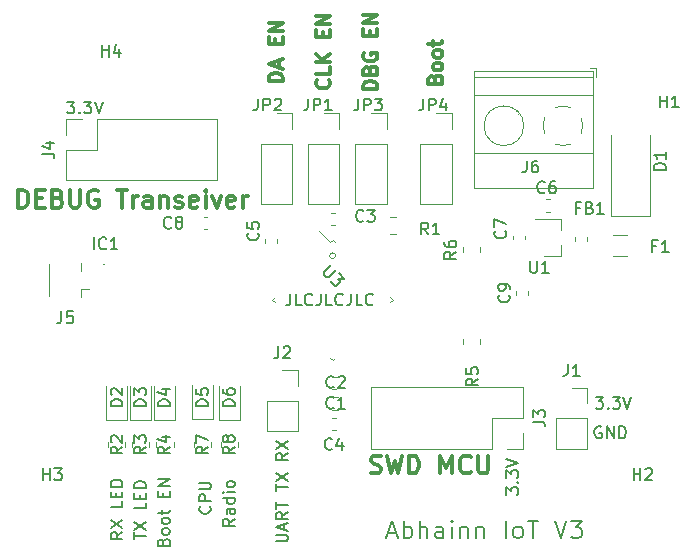
<source format=gbr>
%TF.GenerationSoftware,KiCad,Pcbnew,(5.1.10)-1*%
%TF.CreationDate,2021-08-23T16:31:20+01:00*%
%TF.ProjectId,Abhoinn_IoT_V3,4162686f-696e-46e5-9f49-6f545f56332e,rev?*%
%TF.SameCoordinates,Original*%
%TF.FileFunction,Legend,Top*%
%TF.FilePolarity,Positive*%
%FSLAX46Y46*%
G04 Gerber Fmt 4.6, Leading zero omitted, Abs format (unit mm)*
G04 Created by KiCad (PCBNEW (5.1.10)-1) date 2021-08-23 16:31:20*
%MOMM*%
%LPD*%
G01*
G04 APERTURE LIST*
%ADD10C,0.150000*%
%ADD11C,0.120000*%
%ADD12C,0.200000*%
%ADD13C,0.300000*%
%ADD14C,0.100000*%
G04 APERTURE END LIST*
D10*
X121273809Y-64202380D02*
X121892857Y-64202380D01*
X121559523Y-64583333D01*
X121702380Y-64583333D01*
X121797619Y-64630952D01*
X121845238Y-64678571D01*
X121892857Y-64773809D01*
X121892857Y-65011904D01*
X121845238Y-65107142D01*
X121797619Y-65154761D01*
X121702380Y-65202380D01*
X121416666Y-65202380D01*
X121321428Y-65154761D01*
X121273809Y-65107142D01*
X122321428Y-65107142D02*
X122369047Y-65154761D01*
X122321428Y-65202380D01*
X122273809Y-65154761D01*
X122321428Y-65107142D01*
X122321428Y-65202380D01*
X122702380Y-64202380D02*
X123321428Y-64202380D01*
X122988095Y-64583333D01*
X123130952Y-64583333D01*
X123226190Y-64630952D01*
X123273809Y-64678571D01*
X123321428Y-64773809D01*
X123321428Y-65011904D01*
X123273809Y-65107142D01*
X123226190Y-65154761D01*
X123130952Y-65202380D01*
X122845238Y-65202380D01*
X122750000Y-65154761D01*
X122702380Y-65107142D01*
X123607142Y-64202380D02*
X123940476Y-65202380D01*
X124273809Y-64202380D01*
X138952380Y-101440476D02*
X139761904Y-101440476D01*
X139857142Y-101392857D01*
X139904761Y-101345238D01*
X139952380Y-101250000D01*
X139952380Y-101059523D01*
X139904761Y-100964285D01*
X139857142Y-100916666D01*
X139761904Y-100869047D01*
X138952380Y-100869047D01*
X139666666Y-100440476D02*
X139666666Y-99964285D01*
X139952380Y-100535714D02*
X138952380Y-100202380D01*
X139952380Y-99869047D01*
X139952380Y-98964285D02*
X139476190Y-99297619D01*
X139952380Y-99535714D02*
X138952380Y-99535714D01*
X138952380Y-99154761D01*
X139000000Y-99059523D01*
X139047619Y-99011904D01*
X139142857Y-98964285D01*
X139285714Y-98964285D01*
X139380952Y-99011904D01*
X139428571Y-99059523D01*
X139476190Y-99154761D01*
X139476190Y-99535714D01*
X138952380Y-98678571D02*
X138952380Y-98107142D01*
X139952380Y-98392857D02*
X138952380Y-98392857D01*
X138952380Y-97154761D02*
X138952380Y-96583333D01*
X139952380Y-96869047D02*
X138952380Y-96869047D01*
X138952380Y-96345238D02*
X139952380Y-95678571D01*
X138952380Y-95678571D02*
X139952380Y-96345238D01*
X139952380Y-93964285D02*
X139476190Y-94297619D01*
X139952380Y-94535714D02*
X138952380Y-94535714D01*
X138952380Y-94154761D01*
X139000000Y-94059523D01*
X139047619Y-94011904D01*
X139142857Y-93964285D01*
X139285714Y-93964285D01*
X139380952Y-94011904D01*
X139428571Y-94059523D01*
X139476190Y-94154761D01*
X139476190Y-94535714D01*
X138952380Y-93630952D02*
X139952380Y-92964285D01*
X138952380Y-92964285D02*
X139952380Y-93630952D01*
X140166666Y-80452380D02*
X140166666Y-81166666D01*
X140119047Y-81309523D01*
X140023809Y-81404761D01*
X139880952Y-81452380D01*
X139785714Y-81452380D01*
X141119047Y-81452380D02*
X140642857Y-81452380D01*
X140642857Y-80452380D01*
X142023809Y-81357142D02*
X141976190Y-81404761D01*
X141833333Y-81452380D01*
X141738095Y-81452380D01*
X141595238Y-81404761D01*
X141500000Y-81309523D01*
X141452380Y-81214285D01*
X141404761Y-81023809D01*
X141404761Y-80880952D01*
X141452380Y-80690476D01*
X141500000Y-80595238D01*
X141595238Y-80500000D01*
X141738095Y-80452380D01*
X141833333Y-80452380D01*
X141976190Y-80500000D01*
X142023809Y-80547619D01*
X142738095Y-80452380D02*
X142738095Y-81166666D01*
X142690476Y-81309523D01*
X142595238Y-81404761D01*
X142452380Y-81452380D01*
X142357142Y-81452380D01*
X143690476Y-81452380D02*
X143214285Y-81452380D01*
X143214285Y-80452380D01*
X144595238Y-81357142D02*
X144547619Y-81404761D01*
X144404761Y-81452380D01*
X144309523Y-81452380D01*
X144166666Y-81404761D01*
X144071428Y-81309523D01*
X144023809Y-81214285D01*
X143976190Y-81023809D01*
X143976190Y-80880952D01*
X144023809Y-80690476D01*
X144071428Y-80595238D01*
X144166666Y-80500000D01*
X144309523Y-80452380D01*
X144404761Y-80452380D01*
X144547619Y-80500000D01*
X144595238Y-80547619D01*
X145309523Y-80452380D02*
X145309523Y-81166666D01*
X145261904Y-81309523D01*
X145166666Y-81404761D01*
X145023809Y-81452380D01*
X144928571Y-81452380D01*
X146261904Y-81452380D02*
X145785714Y-81452380D01*
X145785714Y-80452380D01*
X147166666Y-81357142D02*
X147119047Y-81404761D01*
X146976190Y-81452380D01*
X146880952Y-81452380D01*
X146738095Y-81404761D01*
X146642857Y-81309523D01*
X146595238Y-81214285D01*
X146547619Y-81023809D01*
X146547619Y-80880952D01*
X146595238Y-80690476D01*
X146642857Y-80595238D01*
X146738095Y-80500000D01*
X146880952Y-80452380D01*
X146976190Y-80452380D01*
X147119047Y-80500000D01*
X147166666Y-80547619D01*
X158452380Y-97476190D02*
X158452380Y-96857142D01*
X158833333Y-97190476D01*
X158833333Y-97047619D01*
X158880952Y-96952380D01*
X158928571Y-96904761D01*
X159023809Y-96857142D01*
X159261904Y-96857142D01*
X159357142Y-96904761D01*
X159404761Y-96952380D01*
X159452380Y-97047619D01*
X159452380Y-97333333D01*
X159404761Y-97428571D01*
X159357142Y-97476190D01*
X159357142Y-96428571D02*
X159404761Y-96380952D01*
X159452380Y-96428571D01*
X159404761Y-96476190D01*
X159357142Y-96428571D01*
X159452380Y-96428571D01*
X158452380Y-96047619D02*
X158452380Y-95428571D01*
X158833333Y-95761904D01*
X158833333Y-95619047D01*
X158880952Y-95523809D01*
X158928571Y-95476190D01*
X159023809Y-95428571D01*
X159261904Y-95428571D01*
X159357142Y-95476190D01*
X159404761Y-95523809D01*
X159452380Y-95619047D01*
X159452380Y-95904761D01*
X159404761Y-96000000D01*
X159357142Y-96047619D01*
X158452380Y-95142857D02*
X159452380Y-94809523D01*
X158452380Y-94476190D01*
X166488095Y-91750000D02*
X166392857Y-91702380D01*
X166250000Y-91702380D01*
X166107142Y-91750000D01*
X166011904Y-91845238D01*
X165964285Y-91940476D01*
X165916666Y-92130952D01*
X165916666Y-92273809D01*
X165964285Y-92464285D01*
X166011904Y-92559523D01*
X166107142Y-92654761D01*
X166250000Y-92702380D01*
X166345238Y-92702380D01*
X166488095Y-92654761D01*
X166535714Y-92607142D01*
X166535714Y-92273809D01*
X166345238Y-92273809D01*
X166964285Y-92702380D02*
X166964285Y-91702380D01*
X167535714Y-92702380D01*
X167535714Y-91702380D01*
X168011904Y-92702380D02*
X168011904Y-91702380D01*
X168250000Y-91702380D01*
X168392857Y-91750000D01*
X168488095Y-91845238D01*
X168535714Y-91940476D01*
X168583333Y-92130952D01*
X168583333Y-92273809D01*
X168535714Y-92464285D01*
X168488095Y-92559523D01*
X168392857Y-92654761D01*
X168250000Y-92702380D01*
X168011904Y-92702380D01*
X166023809Y-89202380D02*
X166642857Y-89202380D01*
X166309523Y-89583333D01*
X166452380Y-89583333D01*
X166547619Y-89630952D01*
X166595238Y-89678571D01*
X166642857Y-89773809D01*
X166642857Y-90011904D01*
X166595238Y-90107142D01*
X166547619Y-90154761D01*
X166452380Y-90202380D01*
X166166666Y-90202380D01*
X166071428Y-90154761D01*
X166023809Y-90107142D01*
X167071428Y-90107142D02*
X167119047Y-90154761D01*
X167071428Y-90202380D01*
X167023809Y-90154761D01*
X167071428Y-90107142D01*
X167071428Y-90202380D01*
X167452380Y-89202380D02*
X168071428Y-89202380D01*
X167738095Y-89583333D01*
X167880952Y-89583333D01*
X167976190Y-89630952D01*
X168023809Y-89678571D01*
X168071428Y-89773809D01*
X168071428Y-90011904D01*
X168023809Y-90107142D01*
X167976190Y-90154761D01*
X167880952Y-90202380D01*
X167595238Y-90202380D01*
X167500000Y-90154761D01*
X167452380Y-90107142D01*
X168357142Y-89202380D02*
X168690476Y-90202380D01*
X169023809Y-89202380D01*
D11*
X144000000Y-77250000D02*
G75*
G03*
X144000000Y-77250000I-250000J0D01*
G01*
D10*
X135452380Y-99535714D02*
X134976190Y-99869047D01*
X135452380Y-100107142D02*
X134452380Y-100107142D01*
X134452380Y-99726190D01*
X134500000Y-99630952D01*
X134547619Y-99583333D01*
X134642857Y-99535714D01*
X134785714Y-99535714D01*
X134880952Y-99583333D01*
X134928571Y-99630952D01*
X134976190Y-99726190D01*
X134976190Y-100107142D01*
X135452380Y-98678571D02*
X134928571Y-98678571D01*
X134833333Y-98726190D01*
X134785714Y-98821428D01*
X134785714Y-99011904D01*
X134833333Y-99107142D01*
X135404761Y-98678571D02*
X135452380Y-98773809D01*
X135452380Y-99011904D01*
X135404761Y-99107142D01*
X135309523Y-99154761D01*
X135214285Y-99154761D01*
X135119047Y-99107142D01*
X135071428Y-99011904D01*
X135071428Y-98773809D01*
X135023809Y-98678571D01*
X135452380Y-97773809D02*
X134452380Y-97773809D01*
X135404761Y-97773809D02*
X135452380Y-97869047D01*
X135452380Y-98059523D01*
X135404761Y-98154761D01*
X135357142Y-98202380D01*
X135261904Y-98250000D01*
X134976190Y-98250000D01*
X134880952Y-98202380D01*
X134833333Y-98154761D01*
X134785714Y-98059523D01*
X134785714Y-97869047D01*
X134833333Y-97773809D01*
X135452380Y-97297619D02*
X134785714Y-97297619D01*
X134452380Y-97297619D02*
X134500000Y-97345238D01*
X134547619Y-97297619D01*
X134500000Y-97250000D01*
X134452380Y-97297619D01*
X134547619Y-97297619D01*
X135452380Y-96678571D02*
X135404761Y-96773809D01*
X135357142Y-96821428D01*
X135261904Y-96869047D01*
X134976190Y-96869047D01*
X134880952Y-96821428D01*
X134833333Y-96773809D01*
X134785714Y-96678571D01*
X134785714Y-96535714D01*
X134833333Y-96440476D01*
X134880952Y-96392857D01*
X134976190Y-96345238D01*
X135261904Y-96345238D01*
X135357142Y-96392857D01*
X135404761Y-96440476D01*
X135452380Y-96535714D01*
X135452380Y-96678571D01*
X133357142Y-98464285D02*
X133404761Y-98511904D01*
X133452380Y-98654761D01*
X133452380Y-98750000D01*
X133404761Y-98892857D01*
X133309523Y-98988095D01*
X133214285Y-99035714D01*
X133023809Y-99083333D01*
X132880952Y-99083333D01*
X132690476Y-99035714D01*
X132595238Y-98988095D01*
X132500000Y-98892857D01*
X132452380Y-98750000D01*
X132452380Y-98654761D01*
X132500000Y-98511904D01*
X132547619Y-98464285D01*
X133452380Y-98035714D02*
X132452380Y-98035714D01*
X132452380Y-97654761D01*
X132500000Y-97559523D01*
X132547619Y-97511904D01*
X132642857Y-97464285D01*
X132785714Y-97464285D01*
X132880952Y-97511904D01*
X132928571Y-97559523D01*
X132976190Y-97654761D01*
X132976190Y-98035714D01*
X132452380Y-97035714D02*
X133261904Y-97035714D01*
X133357142Y-96988095D01*
X133404761Y-96940476D01*
X133452380Y-96845238D01*
X133452380Y-96654761D01*
X133404761Y-96559523D01*
X133357142Y-96511904D01*
X133261904Y-96464285D01*
X132452380Y-96464285D01*
D12*
X148405714Y-100750000D02*
X149120000Y-100750000D01*
X148262857Y-101178571D02*
X148762857Y-99678571D01*
X149262857Y-101178571D01*
X149762857Y-101178571D02*
X149762857Y-99678571D01*
X149762857Y-100250000D02*
X149905714Y-100178571D01*
X150191428Y-100178571D01*
X150334285Y-100250000D01*
X150405714Y-100321428D01*
X150477142Y-100464285D01*
X150477142Y-100892857D01*
X150405714Y-101035714D01*
X150334285Y-101107142D01*
X150191428Y-101178571D01*
X149905714Y-101178571D01*
X149762857Y-101107142D01*
X151120000Y-101178571D02*
X151120000Y-99678571D01*
X151762857Y-101178571D02*
X151762857Y-100392857D01*
X151691428Y-100250000D01*
X151548571Y-100178571D01*
X151334285Y-100178571D01*
X151191428Y-100250000D01*
X151120000Y-100321428D01*
X153120000Y-101178571D02*
X153120000Y-100392857D01*
X153048571Y-100250000D01*
X152905714Y-100178571D01*
X152620000Y-100178571D01*
X152477142Y-100250000D01*
X153120000Y-101107142D02*
X152977142Y-101178571D01*
X152620000Y-101178571D01*
X152477142Y-101107142D01*
X152405714Y-100964285D01*
X152405714Y-100821428D01*
X152477142Y-100678571D01*
X152620000Y-100607142D01*
X152977142Y-100607142D01*
X153120000Y-100535714D01*
X153834285Y-101178571D02*
X153834285Y-100178571D01*
X153834285Y-99678571D02*
X153762857Y-99750000D01*
X153834285Y-99821428D01*
X153905714Y-99750000D01*
X153834285Y-99678571D01*
X153834285Y-99821428D01*
X154548571Y-100178571D02*
X154548571Y-101178571D01*
X154548571Y-100321428D02*
X154620000Y-100250000D01*
X154762857Y-100178571D01*
X154977142Y-100178571D01*
X155120000Y-100250000D01*
X155191428Y-100392857D01*
X155191428Y-101178571D01*
X155905714Y-100178571D02*
X155905714Y-101178571D01*
X155905714Y-100321428D02*
X155977142Y-100250000D01*
X156120000Y-100178571D01*
X156334285Y-100178571D01*
X156477142Y-100250000D01*
X156548571Y-100392857D01*
X156548571Y-101178571D01*
X158405714Y-101178571D02*
X158405714Y-99678571D01*
X159334285Y-101178571D02*
X159191428Y-101107142D01*
X159120000Y-101035714D01*
X159048571Y-100892857D01*
X159048571Y-100464285D01*
X159120000Y-100321428D01*
X159191428Y-100250000D01*
X159334285Y-100178571D01*
X159548571Y-100178571D01*
X159691428Y-100250000D01*
X159762857Y-100321428D01*
X159834285Y-100464285D01*
X159834285Y-100892857D01*
X159762857Y-101035714D01*
X159691428Y-101107142D01*
X159548571Y-101178571D01*
X159334285Y-101178571D01*
X160262857Y-99678571D02*
X161120000Y-99678571D01*
X160691428Y-101178571D02*
X160691428Y-99678571D01*
X162548571Y-99678571D02*
X163048571Y-101178571D01*
X163548571Y-99678571D01*
X163905714Y-99678571D02*
X164834285Y-99678571D01*
X164334285Y-100250000D01*
X164548571Y-100250000D01*
X164691428Y-100321428D01*
X164762857Y-100392857D01*
X164834285Y-100535714D01*
X164834285Y-100892857D01*
X164762857Y-101035714D01*
X164691428Y-101107142D01*
X164548571Y-101178571D01*
X164120000Y-101178571D01*
X163977142Y-101107142D01*
X163905714Y-101035714D01*
D13*
X147000000Y-95607142D02*
X147214285Y-95678571D01*
X147571428Y-95678571D01*
X147714285Y-95607142D01*
X147785714Y-95535714D01*
X147857142Y-95392857D01*
X147857142Y-95250000D01*
X147785714Y-95107142D01*
X147714285Y-95035714D01*
X147571428Y-94964285D01*
X147285714Y-94892857D01*
X147142857Y-94821428D01*
X147071428Y-94750000D01*
X147000000Y-94607142D01*
X147000000Y-94464285D01*
X147071428Y-94321428D01*
X147142857Y-94250000D01*
X147285714Y-94178571D01*
X147642857Y-94178571D01*
X147857142Y-94250000D01*
X148357142Y-94178571D02*
X148714285Y-95678571D01*
X149000000Y-94607142D01*
X149285714Y-95678571D01*
X149642857Y-94178571D01*
X150214285Y-95678571D02*
X150214285Y-94178571D01*
X150571428Y-94178571D01*
X150785714Y-94250000D01*
X150928571Y-94392857D01*
X151000000Y-94535714D01*
X151071428Y-94821428D01*
X151071428Y-95035714D01*
X151000000Y-95321428D01*
X150928571Y-95464285D01*
X150785714Y-95607142D01*
X150571428Y-95678571D01*
X150214285Y-95678571D01*
X152857142Y-95678571D02*
X152857142Y-94178571D01*
X153357142Y-95250000D01*
X153857142Y-94178571D01*
X153857142Y-95678571D01*
X155428571Y-95535714D02*
X155357142Y-95607142D01*
X155142857Y-95678571D01*
X155000000Y-95678571D01*
X154785714Y-95607142D01*
X154642857Y-95464285D01*
X154571428Y-95321428D01*
X154500000Y-95035714D01*
X154500000Y-94821428D01*
X154571428Y-94535714D01*
X154642857Y-94392857D01*
X154785714Y-94250000D01*
X155000000Y-94178571D01*
X155142857Y-94178571D01*
X155357142Y-94250000D01*
X155428571Y-94321428D01*
X156071428Y-94178571D02*
X156071428Y-95392857D01*
X156142857Y-95535714D01*
X156214285Y-95607142D01*
X156357142Y-95678571D01*
X156642857Y-95678571D01*
X156785714Y-95607142D01*
X156857142Y-95535714D01*
X156928571Y-95392857D01*
X156928571Y-94178571D01*
X117142857Y-73178571D02*
X117142857Y-71678571D01*
X117500000Y-71678571D01*
X117714285Y-71750000D01*
X117857142Y-71892857D01*
X117928571Y-72035714D01*
X118000000Y-72321428D01*
X118000000Y-72535714D01*
X117928571Y-72821428D01*
X117857142Y-72964285D01*
X117714285Y-73107142D01*
X117500000Y-73178571D01*
X117142857Y-73178571D01*
X118642857Y-72392857D02*
X119142857Y-72392857D01*
X119357142Y-73178571D02*
X118642857Y-73178571D01*
X118642857Y-71678571D01*
X119357142Y-71678571D01*
X120500000Y-72392857D02*
X120714285Y-72464285D01*
X120785714Y-72535714D01*
X120857142Y-72678571D01*
X120857142Y-72892857D01*
X120785714Y-73035714D01*
X120714285Y-73107142D01*
X120571428Y-73178571D01*
X120000000Y-73178571D01*
X120000000Y-71678571D01*
X120500000Y-71678571D01*
X120642857Y-71750000D01*
X120714285Y-71821428D01*
X120785714Y-71964285D01*
X120785714Y-72107142D01*
X120714285Y-72250000D01*
X120642857Y-72321428D01*
X120500000Y-72392857D01*
X120000000Y-72392857D01*
X121500000Y-71678571D02*
X121500000Y-72892857D01*
X121571428Y-73035714D01*
X121642857Y-73107142D01*
X121785714Y-73178571D01*
X122071428Y-73178571D01*
X122214285Y-73107142D01*
X122285714Y-73035714D01*
X122357142Y-72892857D01*
X122357142Y-71678571D01*
X123857142Y-71750000D02*
X123714285Y-71678571D01*
X123500000Y-71678571D01*
X123285714Y-71750000D01*
X123142857Y-71892857D01*
X123071428Y-72035714D01*
X123000000Y-72321428D01*
X123000000Y-72535714D01*
X123071428Y-72821428D01*
X123142857Y-72964285D01*
X123285714Y-73107142D01*
X123500000Y-73178571D01*
X123642857Y-73178571D01*
X123857142Y-73107142D01*
X123928571Y-73035714D01*
X123928571Y-72535714D01*
X123642857Y-72535714D01*
X125500000Y-71678571D02*
X126357142Y-71678571D01*
X125928571Y-73178571D02*
X125928571Y-71678571D01*
X126857142Y-73178571D02*
X126857142Y-72178571D01*
X126857142Y-72464285D02*
X126928571Y-72321428D01*
X127000000Y-72250000D01*
X127142857Y-72178571D01*
X127285714Y-72178571D01*
X128428571Y-73178571D02*
X128428571Y-72392857D01*
X128357142Y-72250000D01*
X128214285Y-72178571D01*
X127928571Y-72178571D01*
X127785714Y-72250000D01*
X128428571Y-73107142D02*
X128285714Y-73178571D01*
X127928571Y-73178571D01*
X127785714Y-73107142D01*
X127714285Y-72964285D01*
X127714285Y-72821428D01*
X127785714Y-72678571D01*
X127928571Y-72607142D01*
X128285714Y-72607142D01*
X128428571Y-72535714D01*
X129142857Y-72178571D02*
X129142857Y-73178571D01*
X129142857Y-72321428D02*
X129214285Y-72250000D01*
X129357142Y-72178571D01*
X129571428Y-72178571D01*
X129714285Y-72250000D01*
X129785714Y-72392857D01*
X129785714Y-73178571D01*
X130428571Y-73107142D02*
X130571428Y-73178571D01*
X130857142Y-73178571D01*
X131000000Y-73107142D01*
X131071428Y-72964285D01*
X131071428Y-72892857D01*
X131000000Y-72750000D01*
X130857142Y-72678571D01*
X130642857Y-72678571D01*
X130500000Y-72607142D01*
X130428571Y-72464285D01*
X130428571Y-72392857D01*
X130500000Y-72250000D01*
X130642857Y-72178571D01*
X130857142Y-72178571D01*
X131000000Y-72250000D01*
X132285714Y-73107142D02*
X132142857Y-73178571D01*
X131857142Y-73178571D01*
X131714285Y-73107142D01*
X131642857Y-72964285D01*
X131642857Y-72392857D01*
X131714285Y-72250000D01*
X131857142Y-72178571D01*
X132142857Y-72178571D01*
X132285714Y-72250000D01*
X132357142Y-72392857D01*
X132357142Y-72535714D01*
X131642857Y-72678571D01*
X133000000Y-73178571D02*
X133000000Y-72178571D01*
X133000000Y-71678571D02*
X132928571Y-71750000D01*
X133000000Y-71821428D01*
X133071428Y-71750000D01*
X133000000Y-71678571D01*
X133000000Y-71821428D01*
X133571428Y-72178571D02*
X133928571Y-73178571D01*
X134285714Y-72178571D01*
X135428571Y-73107142D02*
X135285714Y-73178571D01*
X135000000Y-73178571D01*
X134857142Y-73107142D01*
X134785714Y-72964285D01*
X134785714Y-72392857D01*
X134857142Y-72250000D01*
X135000000Y-72178571D01*
X135285714Y-72178571D01*
X135428571Y-72250000D01*
X135500000Y-72392857D01*
X135500000Y-72535714D01*
X134785714Y-72678571D01*
X136142857Y-73178571D02*
X136142857Y-72178571D01*
X136142857Y-72464285D02*
X136214285Y-72321428D01*
X136285714Y-72250000D01*
X136428571Y-72178571D01*
X136571428Y-72178571D01*
D10*
X129428571Y-101476190D02*
X129476190Y-101333333D01*
X129523809Y-101285714D01*
X129619047Y-101238095D01*
X129761904Y-101238095D01*
X129857142Y-101285714D01*
X129904761Y-101333333D01*
X129952380Y-101428571D01*
X129952380Y-101809523D01*
X128952380Y-101809523D01*
X128952380Y-101476190D01*
X129000000Y-101380952D01*
X129047619Y-101333333D01*
X129142857Y-101285714D01*
X129238095Y-101285714D01*
X129333333Y-101333333D01*
X129380952Y-101380952D01*
X129428571Y-101476190D01*
X129428571Y-101809523D01*
X129952380Y-100666666D02*
X129904761Y-100761904D01*
X129857142Y-100809523D01*
X129761904Y-100857142D01*
X129476190Y-100857142D01*
X129380952Y-100809523D01*
X129333333Y-100761904D01*
X129285714Y-100666666D01*
X129285714Y-100523809D01*
X129333333Y-100428571D01*
X129380952Y-100380952D01*
X129476190Y-100333333D01*
X129761904Y-100333333D01*
X129857142Y-100380952D01*
X129904761Y-100428571D01*
X129952380Y-100523809D01*
X129952380Y-100666666D01*
X129952380Y-99761904D02*
X129904761Y-99857142D01*
X129857142Y-99904761D01*
X129761904Y-99952380D01*
X129476190Y-99952380D01*
X129380952Y-99904761D01*
X129333333Y-99857142D01*
X129285714Y-99761904D01*
X129285714Y-99619047D01*
X129333333Y-99523809D01*
X129380952Y-99476190D01*
X129476190Y-99428571D01*
X129761904Y-99428571D01*
X129857142Y-99476190D01*
X129904761Y-99523809D01*
X129952380Y-99619047D01*
X129952380Y-99761904D01*
X129285714Y-99142857D02*
X129285714Y-98761904D01*
X128952380Y-99000000D02*
X129809523Y-99000000D01*
X129904761Y-98952380D01*
X129952380Y-98857142D01*
X129952380Y-98761904D01*
X129428571Y-97666666D02*
X129428571Y-97333333D01*
X129952380Y-97190476D02*
X129952380Y-97666666D01*
X128952380Y-97666666D01*
X128952380Y-97190476D01*
X129952380Y-96761904D02*
X128952380Y-96761904D01*
X129952380Y-96190476D01*
X128952380Y-96190476D01*
X125952380Y-100654761D02*
X125476190Y-100988095D01*
X125952380Y-101226190D02*
X124952380Y-101226190D01*
X124952380Y-100845238D01*
X125000000Y-100750000D01*
X125047619Y-100702380D01*
X125142857Y-100654761D01*
X125285714Y-100654761D01*
X125380952Y-100702380D01*
X125428571Y-100750000D01*
X125476190Y-100845238D01*
X125476190Y-101226190D01*
X124952380Y-100321428D02*
X125952380Y-99654761D01*
X124952380Y-99654761D02*
X125952380Y-100321428D01*
X125952380Y-98035714D02*
X125952380Y-98511904D01*
X124952380Y-98511904D01*
X125428571Y-97702380D02*
X125428571Y-97369047D01*
X125952380Y-97226190D02*
X125952380Y-97702380D01*
X124952380Y-97702380D01*
X124952380Y-97226190D01*
X125952380Y-96797619D02*
X124952380Y-96797619D01*
X124952380Y-96559523D01*
X125000000Y-96416666D01*
X125095238Y-96321428D01*
X125190476Y-96273809D01*
X125380952Y-96226190D01*
X125523809Y-96226190D01*
X125714285Y-96273809D01*
X125809523Y-96321428D01*
X125904761Y-96416666D01*
X125952380Y-96559523D01*
X125952380Y-96797619D01*
X126952380Y-101250000D02*
X126952380Y-100678571D01*
X127952380Y-100964285D02*
X126952380Y-100964285D01*
X126952380Y-100440476D02*
X127952380Y-99773809D01*
X126952380Y-99773809D02*
X127952380Y-100440476D01*
X127952380Y-98154761D02*
X127952380Y-98630952D01*
X126952380Y-98630952D01*
X127428571Y-97821428D02*
X127428571Y-97488095D01*
X127952380Y-97345238D02*
X127952380Y-97821428D01*
X126952380Y-97821428D01*
X126952380Y-97345238D01*
X127952380Y-96916666D02*
X126952380Y-96916666D01*
X126952380Y-96678571D01*
X127000000Y-96535714D01*
X127095238Y-96440476D01*
X127190476Y-96392857D01*
X127380952Y-96345238D01*
X127523809Y-96345238D01*
X127714285Y-96392857D01*
X127809523Y-96440476D01*
X127904761Y-96535714D01*
X127952380Y-96678571D01*
X127952380Y-96916666D01*
D13*
X152414285Y-62300000D02*
X152471428Y-62128571D01*
X152528571Y-62071428D01*
X152642857Y-62014285D01*
X152814285Y-62014285D01*
X152928571Y-62071428D01*
X152985714Y-62128571D01*
X153042857Y-62242857D01*
X153042857Y-62700000D01*
X151842857Y-62700000D01*
X151842857Y-62300000D01*
X151900000Y-62185714D01*
X151957142Y-62128571D01*
X152071428Y-62071428D01*
X152185714Y-62071428D01*
X152300000Y-62128571D01*
X152357142Y-62185714D01*
X152414285Y-62300000D01*
X152414285Y-62700000D01*
X153042857Y-61328571D02*
X152985714Y-61442857D01*
X152928571Y-61500000D01*
X152814285Y-61557142D01*
X152471428Y-61557142D01*
X152357142Y-61500000D01*
X152300000Y-61442857D01*
X152242857Y-61328571D01*
X152242857Y-61157142D01*
X152300000Y-61042857D01*
X152357142Y-60985714D01*
X152471428Y-60928571D01*
X152814285Y-60928571D01*
X152928571Y-60985714D01*
X152985714Y-61042857D01*
X153042857Y-61157142D01*
X153042857Y-61328571D01*
X153042857Y-60242857D02*
X152985714Y-60357142D01*
X152928571Y-60414285D01*
X152814285Y-60471428D01*
X152471428Y-60471428D01*
X152357142Y-60414285D01*
X152300000Y-60357142D01*
X152242857Y-60242857D01*
X152242857Y-60071428D01*
X152300000Y-59957142D01*
X152357142Y-59900000D01*
X152471428Y-59842857D01*
X152814285Y-59842857D01*
X152928571Y-59900000D01*
X152985714Y-59957142D01*
X153042857Y-60071428D01*
X153042857Y-60242857D01*
X152242857Y-59500000D02*
X152242857Y-59042857D01*
X151842857Y-59328571D02*
X152871428Y-59328571D01*
X152985714Y-59271428D01*
X153042857Y-59157142D01*
X153042857Y-59042857D01*
X147542857Y-63142857D02*
X146342857Y-63142857D01*
X146342857Y-62857142D01*
X146400000Y-62685714D01*
X146514285Y-62571428D01*
X146628571Y-62514285D01*
X146857142Y-62457142D01*
X147028571Y-62457142D01*
X147257142Y-62514285D01*
X147371428Y-62571428D01*
X147485714Y-62685714D01*
X147542857Y-62857142D01*
X147542857Y-63142857D01*
X146914285Y-61542857D02*
X146971428Y-61371428D01*
X147028571Y-61314285D01*
X147142857Y-61257142D01*
X147314285Y-61257142D01*
X147428571Y-61314285D01*
X147485714Y-61371428D01*
X147542857Y-61485714D01*
X147542857Y-61942857D01*
X146342857Y-61942857D01*
X146342857Y-61542857D01*
X146400000Y-61428571D01*
X146457142Y-61371428D01*
X146571428Y-61314285D01*
X146685714Y-61314285D01*
X146800000Y-61371428D01*
X146857142Y-61428571D01*
X146914285Y-61542857D01*
X146914285Y-61942857D01*
X146400000Y-60114285D02*
X146342857Y-60228571D01*
X146342857Y-60400000D01*
X146400000Y-60571428D01*
X146514285Y-60685714D01*
X146628571Y-60742857D01*
X146857142Y-60800000D01*
X147028571Y-60800000D01*
X147257142Y-60742857D01*
X147371428Y-60685714D01*
X147485714Y-60571428D01*
X147542857Y-60400000D01*
X147542857Y-60285714D01*
X147485714Y-60114285D01*
X147428571Y-60057142D01*
X147028571Y-60057142D01*
X147028571Y-60285714D01*
X146914285Y-58628571D02*
X146914285Y-58228571D01*
X147542857Y-58057142D02*
X147542857Y-58628571D01*
X146342857Y-58628571D01*
X146342857Y-58057142D01*
X147542857Y-57542857D02*
X146342857Y-57542857D01*
X147542857Y-56857142D01*
X146342857Y-56857142D01*
X143428571Y-62342857D02*
X143485714Y-62400000D01*
X143542857Y-62571428D01*
X143542857Y-62685714D01*
X143485714Y-62857142D01*
X143371428Y-62971428D01*
X143257142Y-63028571D01*
X143028571Y-63085714D01*
X142857142Y-63085714D01*
X142628571Y-63028571D01*
X142514285Y-62971428D01*
X142400000Y-62857142D01*
X142342857Y-62685714D01*
X142342857Y-62571428D01*
X142400000Y-62400000D01*
X142457142Y-62342857D01*
X143542857Y-61257142D02*
X143542857Y-61828571D01*
X142342857Y-61828571D01*
X143542857Y-60857142D02*
X142342857Y-60857142D01*
X143542857Y-60171428D02*
X142857142Y-60685714D01*
X142342857Y-60171428D02*
X143028571Y-60857142D01*
X142914285Y-58742857D02*
X142914285Y-58342857D01*
X143542857Y-58171428D02*
X143542857Y-58742857D01*
X142342857Y-58742857D01*
X142342857Y-58171428D01*
X143542857Y-57657142D02*
X142342857Y-57657142D01*
X143542857Y-56971428D01*
X142342857Y-56971428D01*
X139542857Y-62457142D02*
X138342857Y-62457142D01*
X138342857Y-62171428D01*
X138400000Y-62000000D01*
X138514285Y-61885714D01*
X138628571Y-61828571D01*
X138857142Y-61771428D01*
X139028571Y-61771428D01*
X139257142Y-61828571D01*
X139371428Y-61885714D01*
X139485714Y-62000000D01*
X139542857Y-62171428D01*
X139542857Y-62457142D01*
X139200000Y-61314285D02*
X139200000Y-60742857D01*
X139542857Y-61428571D02*
X138342857Y-61028571D01*
X139542857Y-60628571D01*
X138914285Y-59314285D02*
X138914285Y-58914285D01*
X139542857Y-58742857D02*
X139542857Y-59314285D01*
X138342857Y-59314285D01*
X138342857Y-58742857D01*
X139542857Y-58228571D02*
X138342857Y-58228571D01*
X139542857Y-57542857D01*
X138342857Y-57542857D01*
D14*
%TO.C,IC1*%
X124400000Y-77975000D02*
X124400000Y-77975000D01*
X124300000Y-77975000D02*
X124300000Y-77975000D01*
X124300000Y-77975000D02*
G75*
G02*
X124400000Y-77975000I50000J0D01*
G01*
X124400000Y-77975000D02*
G75*
G02*
X124300000Y-77975000I-50000J0D01*
G01*
D11*
%TO.C,R4*%
X128815000Y-93022936D02*
X128815000Y-93477064D01*
X130285000Y-93022936D02*
X130285000Y-93477064D01*
%TO.C,D1*%
X167350000Y-73900000D02*
X167350000Y-67000000D01*
X170650000Y-73900000D02*
X170650000Y-67000000D01*
X167350000Y-73900000D02*
X170650000Y-73900000D01*
%TO.C,J3*%
X159830000Y-92250000D02*
X159830000Y-93580000D01*
X159830000Y-93580000D02*
X158500000Y-93580000D01*
X159830000Y-90980000D02*
X157230000Y-90980000D01*
X157230000Y-90980000D02*
X157230000Y-93580000D01*
X157230000Y-93580000D02*
X147010000Y-93580000D01*
X147010000Y-88380000D02*
X147010000Y-93580000D01*
X159830000Y-88380000D02*
X147010000Y-88380000D01*
X159830000Y-88380000D02*
X159830000Y-90980000D01*
%TO.C,U1*%
X163066000Y-77272000D02*
X161606000Y-77272000D01*
X163066000Y-74112000D02*
X160906000Y-74112000D01*
X163066000Y-74112000D02*
X163066000Y-75042000D01*
X163066000Y-77272000D02*
X163066000Y-76342000D01*
%TO.C,C6*%
X162146267Y-72490000D02*
X161853733Y-72490000D01*
X162146267Y-73510000D02*
X161853733Y-73510000D01*
%TO.C,C9*%
X160260000Y-80558767D02*
X160260000Y-80266233D01*
X159240000Y-80558767D02*
X159240000Y-80266233D01*
%TO.C,F1*%
X168655944Y-75492440D02*
X167451816Y-75492440D01*
X168655944Y-77312440D02*
X167451816Y-77312440D01*
%TO.C,JP4*%
X152500000Y-65170000D02*
X153830000Y-65170000D01*
X153830000Y-65170000D02*
X153830000Y-66500000D01*
X153830000Y-67770000D02*
X153830000Y-72910000D01*
X151170000Y-72910000D02*
X153830000Y-72910000D01*
X151170000Y-67770000D02*
X151170000Y-72910000D01*
X151170000Y-67770000D02*
X153830000Y-67770000D01*
%TO.C,JP3*%
X147000000Y-65170000D02*
X148330000Y-65170000D01*
X148330000Y-65170000D02*
X148330000Y-66500000D01*
X148330000Y-67770000D02*
X148330000Y-72910000D01*
X145670000Y-72910000D02*
X148330000Y-72910000D01*
X145670000Y-67770000D02*
X145670000Y-72910000D01*
X145670000Y-67770000D02*
X148330000Y-67770000D01*
%TO.C,JP2*%
X139000000Y-65170000D02*
X140330000Y-65170000D01*
X140330000Y-65170000D02*
X140330000Y-66500000D01*
X140330000Y-67770000D02*
X140330000Y-72910000D01*
X137670000Y-72910000D02*
X140330000Y-72910000D01*
X137670000Y-67770000D02*
X137670000Y-72910000D01*
X137670000Y-67770000D02*
X140330000Y-67770000D01*
%TO.C,JP1*%
X143000000Y-65170000D02*
X144330000Y-65170000D01*
X144330000Y-65170000D02*
X144330000Y-66500000D01*
X144330000Y-67770000D02*
X144330000Y-72910000D01*
X141670000Y-72910000D02*
X144330000Y-72910000D01*
X141670000Y-67770000D02*
X141670000Y-72910000D01*
X141670000Y-67770000D02*
X144330000Y-67770000D01*
%TO.C,J2*%
X139500000Y-86920000D02*
X140830000Y-86920000D01*
X140830000Y-86920000D02*
X140830000Y-88250000D01*
X140830000Y-89520000D02*
X140830000Y-92120000D01*
X138170000Y-92120000D02*
X140830000Y-92120000D01*
X138170000Y-89520000D02*
X138170000Y-92120000D01*
X138170000Y-89520000D02*
X140830000Y-89520000D01*
%TO.C,J1*%
X164000000Y-88420000D02*
X165330000Y-88420000D01*
X165330000Y-88420000D02*
X165330000Y-89750000D01*
X165330000Y-91020000D02*
X165330000Y-93620000D01*
X162670000Y-93620000D02*
X165330000Y-93620000D01*
X162670000Y-91020000D02*
X162670000Y-93620000D01*
X162670000Y-91020000D02*
X165330000Y-91020000D01*
%TO.C,J4*%
X121170000Y-67000000D02*
X121170000Y-65670000D01*
X121170000Y-65670000D02*
X122500000Y-65670000D01*
X121170000Y-68270000D02*
X123770000Y-68270000D01*
X123770000Y-68270000D02*
X123770000Y-65670000D01*
X123770000Y-65670000D02*
X133990000Y-65670000D01*
X133990000Y-70870000D02*
X133990000Y-65670000D01*
X121170000Y-70870000D02*
X133990000Y-70870000D01*
X121170000Y-70870000D02*
X121170000Y-68270000D01*
%TO.C,U3*%
X143537868Y-76106821D02*
X142608023Y-75176976D01*
X143750000Y-75894689D02*
X143537868Y-76106821D01*
X143962132Y-76106821D02*
X143750000Y-75894689D01*
X148855311Y-81000000D02*
X148643179Y-81212132D01*
X148643179Y-80787868D02*
X148855311Y-81000000D01*
X138644689Y-81000000D02*
X138856821Y-80787868D01*
X138856821Y-81212132D02*
X138644689Y-81000000D01*
X143750000Y-86105311D02*
X143962132Y-85893179D01*
X143537868Y-85893179D02*
X143750000Y-86105311D01*
%TO.C,R8*%
X134265000Y-93022936D02*
X134265000Y-93477064D01*
X135735000Y-93022936D02*
X135735000Y-93477064D01*
%TO.C,R7*%
X132015000Y-93022936D02*
X132015000Y-93477064D01*
X133485000Y-93022936D02*
X133485000Y-93477064D01*
%TO.C,R6*%
X154765000Y-76522936D02*
X154765000Y-76977064D01*
X156235000Y-76522936D02*
X156235000Y-76977064D01*
%TO.C,R5*%
X156235000Y-84727064D02*
X156235000Y-84272936D01*
X154765000Y-84727064D02*
X154765000Y-84272936D01*
%TO.C,R3*%
X126765000Y-93022936D02*
X126765000Y-93477064D01*
X128235000Y-93022936D02*
X128235000Y-93477064D01*
%TO.C,R2*%
X124715000Y-93022936D02*
X124715000Y-93477064D01*
X126185000Y-93022936D02*
X126185000Y-93477064D01*
%TO.C,R1*%
X148632936Y-75411000D02*
X149087064Y-75411000D01*
X148632936Y-73941000D02*
X149087064Y-73941000D01*
%TO.C,J6*%
X166050000Y-61350000D02*
X165550000Y-61350000D01*
X166050000Y-62090000D02*
X166050000Y-61350000D01*
X159477000Y-65227000D02*
X159524000Y-65181000D01*
X157180000Y-67525000D02*
X157215000Y-67489000D01*
X159284000Y-65011000D02*
X159319000Y-64976000D01*
X156975000Y-67319000D02*
X157022000Y-67273000D01*
X155690000Y-71511000D02*
X155690000Y-61590000D01*
X165810000Y-71511000D02*
X165810000Y-61590000D01*
X165810000Y-61590000D02*
X155690000Y-61590000D01*
X165810000Y-71511000D02*
X155690000Y-71511000D01*
X165810000Y-68551000D02*
X155690000Y-68551000D01*
X165810000Y-63650000D02*
X155690000Y-63650000D01*
X165810000Y-62150000D02*
X155690000Y-62150000D01*
X159930000Y-66250000D02*
G75*
G03*
X159930000Y-66250000I-1680000J0D01*
G01*
X163221195Y-64569747D02*
G75*
G02*
X163934000Y-64715000I28805J-1680253D01*
G01*
X164785426Y-65566958D02*
G75*
G02*
X164785000Y-66934000I-1535426J-683042D01*
G01*
X163933042Y-67785426D02*
G75*
G02*
X162566000Y-67785000I-683042J1535426D01*
G01*
X161714574Y-66933042D02*
G75*
G02*
X161715000Y-65566000I1535426J683042D01*
G01*
X162566682Y-64715244D02*
G75*
G02*
X163250000Y-64570000I683318J-1534756D01*
G01*
%TO.C,J5*%
X122484980Y-80708220D02*
X122484980Y-80068220D01*
X122484980Y-77908220D02*
X122484980Y-78548220D01*
X122484980Y-80068220D02*
X123114980Y-80068220D01*
X119764980Y-80658220D02*
X119764980Y-77958220D01*
%TO.C,FB1*%
X165292360Y-75998427D02*
X165292360Y-75655893D01*
X164272360Y-75998427D02*
X164272360Y-75655893D01*
%TO.C,D6*%
X135910000Y-91172500D02*
X135910000Y-88287500D01*
X134090000Y-91172500D02*
X135910000Y-91172500D01*
X134090000Y-88287500D02*
X134090000Y-91172500D01*
%TO.C,D5*%
X133660000Y-91097500D02*
X133660000Y-88212500D01*
X131840000Y-91097500D02*
X133660000Y-91097500D01*
X131840000Y-88212500D02*
X131840000Y-91097500D01*
%TO.C,D4*%
X130410000Y-91172500D02*
X130410000Y-88287500D01*
X128590000Y-91172500D02*
X130410000Y-91172500D01*
X128590000Y-88287500D02*
X128590000Y-91172500D01*
%TO.C,D3*%
X128410000Y-91135000D02*
X128410000Y-88250000D01*
X126590000Y-91135000D02*
X128410000Y-91135000D01*
X126590000Y-88250000D02*
X126590000Y-91135000D01*
%TO.C,D2*%
X126360000Y-91172500D02*
X126360000Y-88287500D01*
X124540000Y-91172500D02*
X126360000Y-91172500D01*
X124540000Y-88287500D02*
X124540000Y-91172500D01*
%TO.C,C8*%
X133146267Y-73990000D02*
X132853733Y-73990000D01*
X133146267Y-75010000D02*
X132853733Y-75010000D01*
%TO.C,C7*%
X160034560Y-75856727D02*
X160034560Y-75564193D01*
X159014560Y-75856727D02*
X159014560Y-75564193D01*
%TO.C,C5*%
X139010000Y-76146267D02*
X139010000Y-75853733D01*
X137990000Y-76146267D02*
X137990000Y-75853733D01*
%TO.C,C4*%
X144008767Y-90990000D02*
X143716233Y-90990000D01*
X144008767Y-92010000D02*
X143716233Y-92010000D01*
%TO.C,C3*%
X143617733Y-74678000D02*
X143910267Y-74678000D01*
X143617733Y-73658000D02*
X143910267Y-73658000D01*
%TO.C,C2*%
X144008767Y-87490000D02*
X143716233Y-87490000D01*
X144008767Y-88510000D02*
X143716233Y-88510000D01*
%TO.C,C1*%
X144167224Y-89227500D02*
X143657776Y-89227500D01*
X144167224Y-90272500D02*
X143657776Y-90272500D01*
%TO.C,IC1*%
D10*
X123523809Y-76702380D02*
X123523809Y-75702380D01*
X124571428Y-76607142D02*
X124523809Y-76654761D01*
X124380952Y-76702380D01*
X124285714Y-76702380D01*
X124142857Y-76654761D01*
X124047619Y-76559523D01*
X124000000Y-76464285D01*
X123952380Y-76273809D01*
X123952380Y-76130952D01*
X124000000Y-75940476D01*
X124047619Y-75845238D01*
X124142857Y-75750000D01*
X124285714Y-75702380D01*
X124380952Y-75702380D01*
X124523809Y-75750000D01*
X124571428Y-75797619D01*
X125523809Y-76702380D02*
X124952380Y-76702380D01*
X125238095Y-76702380D02*
X125238095Y-75702380D01*
X125142857Y-75845238D01*
X125047619Y-75940476D01*
X124952380Y-75988095D01*
%TO.C,R4*%
X129952380Y-93416666D02*
X129476190Y-93750000D01*
X129952380Y-93988095D02*
X128952380Y-93988095D01*
X128952380Y-93607142D01*
X129000000Y-93511904D01*
X129047619Y-93464285D01*
X129142857Y-93416666D01*
X129285714Y-93416666D01*
X129380952Y-93464285D01*
X129428571Y-93511904D01*
X129476190Y-93607142D01*
X129476190Y-93988095D01*
X129285714Y-92559523D02*
X129952380Y-92559523D01*
X128904761Y-92797619D02*
X129619047Y-93035714D01*
X129619047Y-92416666D01*
%TO.C,D1*%
X171952380Y-69988095D02*
X170952380Y-69988095D01*
X170952380Y-69750000D01*
X171000000Y-69607142D01*
X171095238Y-69511904D01*
X171190476Y-69464285D01*
X171380952Y-69416666D01*
X171523809Y-69416666D01*
X171714285Y-69464285D01*
X171809523Y-69511904D01*
X171904761Y-69607142D01*
X171952380Y-69750000D01*
X171952380Y-69988095D01*
X171952380Y-68464285D02*
X171952380Y-69035714D01*
X171952380Y-68750000D02*
X170952380Y-68750000D01*
X171095238Y-68845238D01*
X171190476Y-68940476D01*
X171238095Y-69035714D01*
%TO.C,J3*%
X160722380Y-91313333D02*
X161436666Y-91313333D01*
X161579523Y-91360952D01*
X161674761Y-91456190D01*
X161722380Y-91599047D01*
X161722380Y-91694285D01*
X160722380Y-90932380D02*
X160722380Y-90313333D01*
X161103333Y-90646666D01*
X161103333Y-90503809D01*
X161150952Y-90408571D01*
X161198571Y-90360952D01*
X161293809Y-90313333D01*
X161531904Y-90313333D01*
X161627142Y-90360952D01*
X161674761Y-90408571D01*
X161722380Y-90503809D01*
X161722380Y-90789523D01*
X161674761Y-90884761D01*
X161627142Y-90932380D01*
%TO.C,U1*%
X160488095Y-77702380D02*
X160488095Y-78511904D01*
X160535714Y-78607142D01*
X160583333Y-78654761D01*
X160678571Y-78702380D01*
X160869047Y-78702380D01*
X160964285Y-78654761D01*
X161011904Y-78607142D01*
X161059523Y-78511904D01*
X161059523Y-77702380D01*
X162059523Y-78702380D02*
X161488095Y-78702380D01*
X161773809Y-78702380D02*
X161773809Y-77702380D01*
X161678571Y-77845238D01*
X161583333Y-77940476D01*
X161488095Y-77988095D01*
%TO.C,C6*%
X161695833Y-71857142D02*
X161648214Y-71904761D01*
X161505357Y-71952380D01*
X161410119Y-71952380D01*
X161267261Y-71904761D01*
X161172023Y-71809523D01*
X161124404Y-71714285D01*
X161076785Y-71523809D01*
X161076785Y-71380952D01*
X161124404Y-71190476D01*
X161172023Y-71095238D01*
X161267261Y-71000000D01*
X161410119Y-70952380D01*
X161505357Y-70952380D01*
X161648214Y-71000000D01*
X161695833Y-71047619D01*
X162552976Y-70952380D02*
X162362500Y-70952380D01*
X162267261Y-71000000D01*
X162219642Y-71047619D01*
X162124404Y-71190476D01*
X162076785Y-71380952D01*
X162076785Y-71761904D01*
X162124404Y-71857142D01*
X162172023Y-71904761D01*
X162267261Y-71952380D01*
X162457738Y-71952380D01*
X162552976Y-71904761D01*
X162600595Y-71857142D01*
X162648214Y-71761904D01*
X162648214Y-71523809D01*
X162600595Y-71428571D01*
X162552976Y-71380952D01*
X162457738Y-71333333D01*
X162267261Y-71333333D01*
X162172023Y-71380952D01*
X162124404Y-71428571D01*
X162076785Y-71523809D01*
%TO.C,C9*%
X158677142Y-80579166D02*
X158724761Y-80626785D01*
X158772380Y-80769642D01*
X158772380Y-80864880D01*
X158724761Y-81007738D01*
X158629523Y-81102976D01*
X158534285Y-81150595D01*
X158343809Y-81198214D01*
X158200952Y-81198214D01*
X158010476Y-81150595D01*
X157915238Y-81102976D01*
X157820000Y-81007738D01*
X157772380Y-80864880D01*
X157772380Y-80769642D01*
X157820000Y-80626785D01*
X157867619Y-80579166D01*
X158772380Y-80102976D02*
X158772380Y-79912500D01*
X158724761Y-79817261D01*
X158677142Y-79769642D01*
X158534285Y-79674404D01*
X158343809Y-79626785D01*
X157962857Y-79626785D01*
X157867619Y-79674404D01*
X157820000Y-79722023D01*
X157772380Y-79817261D01*
X157772380Y-80007738D01*
X157820000Y-80102976D01*
X157867619Y-80150595D01*
X157962857Y-80198214D01*
X158200952Y-80198214D01*
X158296190Y-80150595D01*
X158343809Y-80102976D01*
X158391428Y-80007738D01*
X158391428Y-79817261D01*
X158343809Y-79722023D01*
X158296190Y-79674404D01*
X158200952Y-79626785D01*
%TO.C,F1*%
X171166666Y-76428571D02*
X170833333Y-76428571D01*
X170833333Y-76952380D02*
X170833333Y-75952380D01*
X171309523Y-75952380D01*
X172214285Y-76952380D02*
X171642857Y-76952380D01*
X171928571Y-76952380D02*
X171928571Y-75952380D01*
X171833333Y-76095238D01*
X171738095Y-76190476D01*
X171642857Y-76238095D01*
%TO.C,JP4*%
X151416666Y-63952380D02*
X151416666Y-64666666D01*
X151369047Y-64809523D01*
X151273809Y-64904761D01*
X151130952Y-64952380D01*
X151035714Y-64952380D01*
X151892857Y-64952380D02*
X151892857Y-63952380D01*
X152273809Y-63952380D01*
X152369047Y-64000000D01*
X152416666Y-64047619D01*
X152464285Y-64142857D01*
X152464285Y-64285714D01*
X152416666Y-64380952D01*
X152369047Y-64428571D01*
X152273809Y-64476190D01*
X151892857Y-64476190D01*
X153321428Y-64285714D02*
X153321428Y-64952380D01*
X153083333Y-63904761D02*
X152845238Y-64619047D01*
X153464285Y-64619047D01*
%TO.C,JP3*%
X145916666Y-63952380D02*
X145916666Y-64666666D01*
X145869047Y-64809523D01*
X145773809Y-64904761D01*
X145630952Y-64952380D01*
X145535714Y-64952380D01*
X146392857Y-64952380D02*
X146392857Y-63952380D01*
X146773809Y-63952380D01*
X146869047Y-64000000D01*
X146916666Y-64047619D01*
X146964285Y-64142857D01*
X146964285Y-64285714D01*
X146916666Y-64380952D01*
X146869047Y-64428571D01*
X146773809Y-64476190D01*
X146392857Y-64476190D01*
X147297619Y-63952380D02*
X147916666Y-63952380D01*
X147583333Y-64333333D01*
X147726190Y-64333333D01*
X147821428Y-64380952D01*
X147869047Y-64428571D01*
X147916666Y-64523809D01*
X147916666Y-64761904D01*
X147869047Y-64857142D01*
X147821428Y-64904761D01*
X147726190Y-64952380D01*
X147440476Y-64952380D01*
X147345238Y-64904761D01*
X147297619Y-64857142D01*
%TO.C,JP2*%
X137416666Y-63952380D02*
X137416666Y-64666666D01*
X137369047Y-64809523D01*
X137273809Y-64904761D01*
X137130952Y-64952380D01*
X137035714Y-64952380D01*
X137892857Y-64952380D02*
X137892857Y-63952380D01*
X138273809Y-63952380D01*
X138369047Y-64000000D01*
X138416666Y-64047619D01*
X138464285Y-64142857D01*
X138464285Y-64285714D01*
X138416666Y-64380952D01*
X138369047Y-64428571D01*
X138273809Y-64476190D01*
X137892857Y-64476190D01*
X138845238Y-64047619D02*
X138892857Y-64000000D01*
X138988095Y-63952380D01*
X139226190Y-63952380D01*
X139321428Y-64000000D01*
X139369047Y-64047619D01*
X139416666Y-64142857D01*
X139416666Y-64238095D01*
X139369047Y-64380952D01*
X138797619Y-64952380D01*
X139416666Y-64952380D01*
%TO.C,JP1*%
X141666666Y-63952380D02*
X141666666Y-64666666D01*
X141619047Y-64809523D01*
X141523809Y-64904761D01*
X141380952Y-64952380D01*
X141285714Y-64952380D01*
X142142857Y-64952380D02*
X142142857Y-63952380D01*
X142523809Y-63952380D01*
X142619047Y-64000000D01*
X142666666Y-64047619D01*
X142714285Y-64142857D01*
X142714285Y-64285714D01*
X142666666Y-64380952D01*
X142619047Y-64428571D01*
X142523809Y-64476190D01*
X142142857Y-64476190D01*
X143666666Y-64952380D02*
X143095238Y-64952380D01*
X143380952Y-64952380D02*
X143380952Y-63952380D01*
X143285714Y-64095238D01*
X143190476Y-64190476D01*
X143095238Y-64238095D01*
%TO.C,J2*%
X139166666Y-84932380D02*
X139166666Y-85646666D01*
X139119047Y-85789523D01*
X139023809Y-85884761D01*
X138880952Y-85932380D01*
X138785714Y-85932380D01*
X139595238Y-85027619D02*
X139642857Y-84980000D01*
X139738095Y-84932380D01*
X139976190Y-84932380D01*
X140071428Y-84980000D01*
X140119047Y-85027619D01*
X140166666Y-85122857D01*
X140166666Y-85218095D01*
X140119047Y-85360952D01*
X139547619Y-85932380D01*
X140166666Y-85932380D01*
%TO.C,J1*%
X163666666Y-86432380D02*
X163666666Y-87146666D01*
X163619047Y-87289523D01*
X163523809Y-87384761D01*
X163380952Y-87432380D01*
X163285714Y-87432380D01*
X164666666Y-87432380D02*
X164095238Y-87432380D01*
X164380952Y-87432380D02*
X164380952Y-86432380D01*
X164285714Y-86575238D01*
X164190476Y-86670476D01*
X164095238Y-86718095D01*
%TO.C,J4*%
X119182380Y-68603333D02*
X119896666Y-68603333D01*
X120039523Y-68650952D01*
X120134761Y-68746190D01*
X120182380Y-68889047D01*
X120182380Y-68984285D01*
X119515714Y-67698571D02*
X120182380Y-67698571D01*
X119134761Y-67936666D02*
X119849047Y-68174761D01*
X119849047Y-67555714D01*
%TO.C,U3*%
X143598477Y-78074026D02*
X143026057Y-78646446D01*
X142992385Y-78747461D01*
X142992385Y-78814805D01*
X143026057Y-78915820D01*
X143160744Y-79050507D01*
X143261759Y-79084179D01*
X143329103Y-79084179D01*
X143430118Y-79050507D01*
X144002538Y-78478087D01*
X144271912Y-78747461D02*
X144709644Y-79185194D01*
X144204568Y-79218866D01*
X144305583Y-79319881D01*
X144339255Y-79420896D01*
X144339255Y-79488240D01*
X144305583Y-79589255D01*
X144137225Y-79757614D01*
X144036209Y-79791286D01*
X143968866Y-79791286D01*
X143867851Y-79757614D01*
X143665820Y-79555583D01*
X143632148Y-79454568D01*
X143632148Y-79387225D01*
%TO.C,R8*%
X135452380Y-93416666D02*
X134976190Y-93750000D01*
X135452380Y-93988095D02*
X134452380Y-93988095D01*
X134452380Y-93607142D01*
X134500000Y-93511904D01*
X134547619Y-93464285D01*
X134642857Y-93416666D01*
X134785714Y-93416666D01*
X134880952Y-93464285D01*
X134928571Y-93511904D01*
X134976190Y-93607142D01*
X134976190Y-93988095D01*
X134880952Y-92845238D02*
X134833333Y-92940476D01*
X134785714Y-92988095D01*
X134690476Y-93035714D01*
X134642857Y-93035714D01*
X134547619Y-92988095D01*
X134500000Y-92940476D01*
X134452380Y-92845238D01*
X134452380Y-92654761D01*
X134500000Y-92559523D01*
X134547619Y-92511904D01*
X134642857Y-92464285D01*
X134690476Y-92464285D01*
X134785714Y-92511904D01*
X134833333Y-92559523D01*
X134880952Y-92654761D01*
X134880952Y-92845238D01*
X134928571Y-92940476D01*
X134976190Y-92988095D01*
X135071428Y-93035714D01*
X135261904Y-93035714D01*
X135357142Y-92988095D01*
X135404761Y-92940476D01*
X135452380Y-92845238D01*
X135452380Y-92654761D01*
X135404761Y-92559523D01*
X135357142Y-92511904D01*
X135261904Y-92464285D01*
X135071428Y-92464285D01*
X134976190Y-92511904D01*
X134928571Y-92559523D01*
X134880952Y-92654761D01*
%TO.C,R7*%
X133202380Y-93416666D02*
X132726190Y-93750000D01*
X133202380Y-93988095D02*
X132202380Y-93988095D01*
X132202380Y-93607142D01*
X132250000Y-93511904D01*
X132297619Y-93464285D01*
X132392857Y-93416666D01*
X132535714Y-93416666D01*
X132630952Y-93464285D01*
X132678571Y-93511904D01*
X132726190Y-93607142D01*
X132726190Y-93988095D01*
X132202380Y-93083333D02*
X132202380Y-92416666D01*
X133202380Y-92845238D01*
%TO.C,R6*%
X154202380Y-76916666D02*
X153726190Y-77250000D01*
X154202380Y-77488095D02*
X153202380Y-77488095D01*
X153202380Y-77107142D01*
X153250000Y-77011904D01*
X153297619Y-76964285D01*
X153392857Y-76916666D01*
X153535714Y-76916666D01*
X153630952Y-76964285D01*
X153678571Y-77011904D01*
X153726190Y-77107142D01*
X153726190Y-77488095D01*
X153202380Y-76059523D02*
X153202380Y-76250000D01*
X153250000Y-76345238D01*
X153297619Y-76392857D01*
X153440476Y-76488095D01*
X153630952Y-76535714D01*
X154011904Y-76535714D01*
X154107142Y-76488095D01*
X154154761Y-76440476D01*
X154202380Y-76345238D01*
X154202380Y-76154761D01*
X154154761Y-76059523D01*
X154107142Y-76011904D01*
X154011904Y-75964285D01*
X153773809Y-75964285D01*
X153678571Y-76011904D01*
X153630952Y-76059523D01*
X153583333Y-76154761D01*
X153583333Y-76345238D01*
X153630952Y-76440476D01*
X153678571Y-76488095D01*
X153773809Y-76535714D01*
%TO.C,R5*%
X156052380Y-87666666D02*
X155576190Y-88000000D01*
X156052380Y-88238095D02*
X155052380Y-88238095D01*
X155052380Y-87857142D01*
X155100000Y-87761904D01*
X155147619Y-87714285D01*
X155242857Y-87666666D01*
X155385714Y-87666666D01*
X155480952Y-87714285D01*
X155528571Y-87761904D01*
X155576190Y-87857142D01*
X155576190Y-88238095D01*
X155052380Y-86761904D02*
X155052380Y-87238095D01*
X155528571Y-87285714D01*
X155480952Y-87238095D01*
X155433333Y-87142857D01*
X155433333Y-86904761D01*
X155480952Y-86809523D01*
X155528571Y-86761904D01*
X155623809Y-86714285D01*
X155861904Y-86714285D01*
X155957142Y-86761904D01*
X156004761Y-86809523D01*
X156052380Y-86904761D01*
X156052380Y-87142857D01*
X156004761Y-87238095D01*
X155957142Y-87285714D01*
%TO.C,R3*%
X127952380Y-93416666D02*
X127476190Y-93750000D01*
X127952380Y-93988095D02*
X126952380Y-93988095D01*
X126952380Y-93607142D01*
X127000000Y-93511904D01*
X127047619Y-93464285D01*
X127142857Y-93416666D01*
X127285714Y-93416666D01*
X127380952Y-93464285D01*
X127428571Y-93511904D01*
X127476190Y-93607142D01*
X127476190Y-93988095D01*
X126952380Y-93083333D02*
X126952380Y-92464285D01*
X127333333Y-92797619D01*
X127333333Y-92654761D01*
X127380952Y-92559523D01*
X127428571Y-92511904D01*
X127523809Y-92464285D01*
X127761904Y-92464285D01*
X127857142Y-92511904D01*
X127904761Y-92559523D01*
X127952380Y-92654761D01*
X127952380Y-92940476D01*
X127904761Y-93035714D01*
X127857142Y-93083333D01*
%TO.C,R2*%
X125952380Y-93416666D02*
X125476190Y-93750000D01*
X125952380Y-93988095D02*
X124952380Y-93988095D01*
X124952380Y-93607142D01*
X125000000Y-93511904D01*
X125047619Y-93464285D01*
X125142857Y-93416666D01*
X125285714Y-93416666D01*
X125380952Y-93464285D01*
X125428571Y-93511904D01*
X125476190Y-93607142D01*
X125476190Y-93988095D01*
X125047619Y-93035714D02*
X125000000Y-92988095D01*
X124952380Y-92892857D01*
X124952380Y-92654761D01*
X125000000Y-92559523D01*
X125047619Y-92511904D01*
X125142857Y-92464285D01*
X125238095Y-92464285D01*
X125380952Y-92511904D01*
X125952380Y-93083333D01*
X125952380Y-92464285D01*
%TO.C,R1*%
X151833333Y-75452380D02*
X151500000Y-74976190D01*
X151261904Y-75452380D02*
X151261904Y-74452380D01*
X151642857Y-74452380D01*
X151738095Y-74500000D01*
X151785714Y-74547619D01*
X151833333Y-74642857D01*
X151833333Y-74785714D01*
X151785714Y-74880952D01*
X151738095Y-74928571D01*
X151642857Y-74976190D01*
X151261904Y-74976190D01*
X152785714Y-75452380D02*
X152214285Y-75452380D01*
X152500000Y-75452380D02*
X152500000Y-74452380D01*
X152404761Y-74595238D01*
X152309523Y-74690476D01*
X152214285Y-74738095D01*
%TO.C,J6*%
X160166666Y-69202380D02*
X160166666Y-69916666D01*
X160119047Y-70059523D01*
X160023809Y-70154761D01*
X159880952Y-70202380D01*
X159785714Y-70202380D01*
X161071428Y-69202380D02*
X160880952Y-69202380D01*
X160785714Y-69250000D01*
X160738095Y-69297619D01*
X160642857Y-69440476D01*
X160595238Y-69630952D01*
X160595238Y-70011904D01*
X160642857Y-70107142D01*
X160690476Y-70154761D01*
X160785714Y-70202380D01*
X160976190Y-70202380D01*
X161071428Y-70154761D01*
X161119047Y-70107142D01*
X161166666Y-70011904D01*
X161166666Y-69773809D01*
X161119047Y-69678571D01*
X161071428Y-69630952D01*
X160976190Y-69583333D01*
X160785714Y-69583333D01*
X160690476Y-69630952D01*
X160642857Y-69678571D01*
X160595238Y-69773809D01*
%TO.C,J5*%
X120791646Y-81960600D02*
X120791646Y-82674886D01*
X120744027Y-82817743D01*
X120648789Y-82912981D01*
X120505932Y-82960600D01*
X120410694Y-82960600D01*
X121744027Y-81960600D02*
X121267837Y-81960600D01*
X121220218Y-82436791D01*
X121267837Y-82389172D01*
X121363075Y-82341553D01*
X121601170Y-82341553D01*
X121696408Y-82389172D01*
X121744027Y-82436791D01*
X121791646Y-82532029D01*
X121791646Y-82770124D01*
X121744027Y-82865362D01*
X121696408Y-82912981D01*
X121601170Y-82960600D01*
X121363075Y-82960600D01*
X121267837Y-82912981D01*
X121220218Y-82865362D01*
%TO.C,H4*%
X124206095Y-60396380D02*
X124206095Y-59396380D01*
X124206095Y-59872571D02*
X124777523Y-59872571D01*
X124777523Y-60396380D02*
X124777523Y-59396380D01*
X125682285Y-59729714D02*
X125682285Y-60396380D01*
X125444190Y-59348761D02*
X125206095Y-60063047D01*
X125825142Y-60063047D01*
%TO.C,H3*%
X119238095Y-96252380D02*
X119238095Y-95252380D01*
X119238095Y-95728571D02*
X119809523Y-95728571D01*
X119809523Y-96252380D02*
X119809523Y-95252380D01*
X120190476Y-95252380D02*
X120809523Y-95252380D01*
X120476190Y-95633333D01*
X120619047Y-95633333D01*
X120714285Y-95680952D01*
X120761904Y-95728571D01*
X120809523Y-95823809D01*
X120809523Y-96061904D01*
X120761904Y-96157142D01*
X120714285Y-96204761D01*
X120619047Y-96252380D01*
X120333333Y-96252380D01*
X120238095Y-96204761D01*
X120190476Y-96157142D01*
%TO.C,H2*%
X169238095Y-96252380D02*
X169238095Y-95252380D01*
X169238095Y-95728571D02*
X169809523Y-95728571D01*
X169809523Y-96252380D02*
X169809523Y-95252380D01*
X170238095Y-95347619D02*
X170285714Y-95300000D01*
X170380952Y-95252380D01*
X170619047Y-95252380D01*
X170714285Y-95300000D01*
X170761904Y-95347619D01*
X170809523Y-95442857D01*
X170809523Y-95538095D01*
X170761904Y-95680952D01*
X170190476Y-96252380D01*
X170809523Y-96252380D01*
%TO.C,H1*%
X171488095Y-64702380D02*
X171488095Y-63702380D01*
X171488095Y-64178571D02*
X172059523Y-64178571D01*
X172059523Y-64702380D02*
X172059523Y-63702380D01*
X173059523Y-64702380D02*
X172488095Y-64702380D01*
X172773809Y-64702380D02*
X172773809Y-63702380D01*
X172678571Y-63845238D01*
X172583333Y-63940476D01*
X172488095Y-63988095D01*
%TO.C,FB1*%
X164666666Y-73178571D02*
X164333333Y-73178571D01*
X164333333Y-73702380D02*
X164333333Y-72702380D01*
X164809523Y-72702380D01*
X165523809Y-73178571D02*
X165666666Y-73226190D01*
X165714285Y-73273809D01*
X165761904Y-73369047D01*
X165761904Y-73511904D01*
X165714285Y-73607142D01*
X165666666Y-73654761D01*
X165571428Y-73702380D01*
X165190476Y-73702380D01*
X165190476Y-72702380D01*
X165523809Y-72702380D01*
X165619047Y-72750000D01*
X165666666Y-72797619D01*
X165714285Y-72892857D01*
X165714285Y-72988095D01*
X165666666Y-73083333D01*
X165619047Y-73130952D01*
X165523809Y-73178571D01*
X165190476Y-73178571D01*
X166714285Y-73702380D02*
X166142857Y-73702380D01*
X166428571Y-73702380D02*
X166428571Y-72702380D01*
X166333333Y-72845238D01*
X166238095Y-72940476D01*
X166142857Y-72988095D01*
%TO.C,D6*%
X135452380Y-89988095D02*
X134452380Y-89988095D01*
X134452380Y-89750000D01*
X134500000Y-89607142D01*
X134595238Y-89511904D01*
X134690476Y-89464285D01*
X134880952Y-89416666D01*
X135023809Y-89416666D01*
X135214285Y-89464285D01*
X135309523Y-89511904D01*
X135404761Y-89607142D01*
X135452380Y-89750000D01*
X135452380Y-89988095D01*
X134452380Y-88559523D02*
X134452380Y-88750000D01*
X134500000Y-88845238D01*
X134547619Y-88892857D01*
X134690476Y-88988095D01*
X134880952Y-89035714D01*
X135261904Y-89035714D01*
X135357142Y-88988095D01*
X135404761Y-88940476D01*
X135452380Y-88845238D01*
X135452380Y-88654761D01*
X135404761Y-88559523D01*
X135357142Y-88511904D01*
X135261904Y-88464285D01*
X135023809Y-88464285D01*
X134928571Y-88511904D01*
X134880952Y-88559523D01*
X134833333Y-88654761D01*
X134833333Y-88845238D01*
X134880952Y-88940476D01*
X134928571Y-88988095D01*
X135023809Y-89035714D01*
%TO.C,D5*%
X133202380Y-89988095D02*
X132202380Y-89988095D01*
X132202380Y-89750000D01*
X132250000Y-89607142D01*
X132345238Y-89511904D01*
X132440476Y-89464285D01*
X132630952Y-89416666D01*
X132773809Y-89416666D01*
X132964285Y-89464285D01*
X133059523Y-89511904D01*
X133154761Y-89607142D01*
X133202380Y-89750000D01*
X133202380Y-89988095D01*
X132202380Y-88511904D02*
X132202380Y-88988095D01*
X132678571Y-89035714D01*
X132630952Y-88988095D01*
X132583333Y-88892857D01*
X132583333Y-88654761D01*
X132630952Y-88559523D01*
X132678571Y-88511904D01*
X132773809Y-88464285D01*
X133011904Y-88464285D01*
X133107142Y-88511904D01*
X133154761Y-88559523D01*
X133202380Y-88654761D01*
X133202380Y-88892857D01*
X133154761Y-88988095D01*
X133107142Y-89035714D01*
%TO.C,D4*%
X129952380Y-89988095D02*
X128952380Y-89988095D01*
X128952380Y-89750000D01*
X129000000Y-89607142D01*
X129095238Y-89511904D01*
X129190476Y-89464285D01*
X129380952Y-89416666D01*
X129523809Y-89416666D01*
X129714285Y-89464285D01*
X129809523Y-89511904D01*
X129904761Y-89607142D01*
X129952380Y-89750000D01*
X129952380Y-89988095D01*
X129285714Y-88559523D02*
X129952380Y-88559523D01*
X128904761Y-88797619D02*
X129619047Y-89035714D01*
X129619047Y-88416666D01*
%TO.C,D3*%
X127952380Y-89988095D02*
X126952380Y-89988095D01*
X126952380Y-89750000D01*
X127000000Y-89607142D01*
X127095238Y-89511904D01*
X127190476Y-89464285D01*
X127380952Y-89416666D01*
X127523809Y-89416666D01*
X127714285Y-89464285D01*
X127809523Y-89511904D01*
X127904761Y-89607142D01*
X127952380Y-89750000D01*
X127952380Y-89988095D01*
X126952380Y-89083333D02*
X126952380Y-88464285D01*
X127333333Y-88797619D01*
X127333333Y-88654761D01*
X127380952Y-88559523D01*
X127428571Y-88511904D01*
X127523809Y-88464285D01*
X127761904Y-88464285D01*
X127857142Y-88511904D01*
X127904761Y-88559523D01*
X127952380Y-88654761D01*
X127952380Y-88940476D01*
X127904761Y-89035714D01*
X127857142Y-89083333D01*
%TO.C,D2*%
X125952380Y-89988095D02*
X124952380Y-89988095D01*
X124952380Y-89750000D01*
X125000000Y-89607142D01*
X125095238Y-89511904D01*
X125190476Y-89464285D01*
X125380952Y-89416666D01*
X125523809Y-89416666D01*
X125714285Y-89464285D01*
X125809523Y-89511904D01*
X125904761Y-89607142D01*
X125952380Y-89750000D01*
X125952380Y-89988095D01*
X125047619Y-89035714D02*
X125000000Y-88988095D01*
X124952380Y-88892857D01*
X124952380Y-88654761D01*
X125000000Y-88559523D01*
X125047619Y-88511904D01*
X125142857Y-88464285D01*
X125238095Y-88464285D01*
X125380952Y-88511904D01*
X125952380Y-89083333D01*
X125952380Y-88464285D01*
%TO.C,C8*%
X130083333Y-74857142D02*
X130035714Y-74904761D01*
X129892857Y-74952380D01*
X129797619Y-74952380D01*
X129654761Y-74904761D01*
X129559523Y-74809523D01*
X129511904Y-74714285D01*
X129464285Y-74523809D01*
X129464285Y-74380952D01*
X129511904Y-74190476D01*
X129559523Y-74095238D01*
X129654761Y-74000000D01*
X129797619Y-73952380D01*
X129892857Y-73952380D01*
X130035714Y-74000000D01*
X130083333Y-74047619D01*
X130654761Y-74380952D02*
X130559523Y-74333333D01*
X130511904Y-74285714D01*
X130464285Y-74190476D01*
X130464285Y-74142857D01*
X130511904Y-74047619D01*
X130559523Y-74000000D01*
X130654761Y-73952380D01*
X130845238Y-73952380D01*
X130940476Y-74000000D01*
X130988095Y-74047619D01*
X131035714Y-74142857D01*
X131035714Y-74190476D01*
X130988095Y-74285714D01*
X130940476Y-74333333D01*
X130845238Y-74380952D01*
X130654761Y-74380952D01*
X130559523Y-74428571D01*
X130511904Y-74476190D01*
X130464285Y-74571428D01*
X130464285Y-74761904D01*
X130511904Y-74857142D01*
X130559523Y-74904761D01*
X130654761Y-74952380D01*
X130845238Y-74952380D01*
X130940476Y-74904761D01*
X130988095Y-74857142D01*
X131035714Y-74761904D01*
X131035714Y-74571428D01*
X130988095Y-74476190D01*
X130940476Y-74428571D01*
X130845238Y-74380952D01*
%TO.C,C7*%
X158357142Y-75166666D02*
X158404761Y-75214285D01*
X158452380Y-75357142D01*
X158452380Y-75452380D01*
X158404761Y-75595238D01*
X158309523Y-75690476D01*
X158214285Y-75738095D01*
X158023809Y-75785714D01*
X157880952Y-75785714D01*
X157690476Y-75738095D01*
X157595238Y-75690476D01*
X157500000Y-75595238D01*
X157452380Y-75452380D01*
X157452380Y-75357142D01*
X157500000Y-75214285D01*
X157547619Y-75166666D01*
X157452380Y-74833333D02*
X157452380Y-74166666D01*
X158452380Y-74595238D01*
%TO.C,C5*%
X137427142Y-75329166D02*
X137474761Y-75376785D01*
X137522380Y-75519642D01*
X137522380Y-75614880D01*
X137474761Y-75757738D01*
X137379523Y-75852976D01*
X137284285Y-75900595D01*
X137093809Y-75948214D01*
X136950952Y-75948214D01*
X136760476Y-75900595D01*
X136665238Y-75852976D01*
X136570000Y-75757738D01*
X136522380Y-75614880D01*
X136522380Y-75519642D01*
X136570000Y-75376785D01*
X136617619Y-75329166D01*
X136522380Y-74424404D02*
X136522380Y-74900595D01*
X136998571Y-74948214D01*
X136950952Y-74900595D01*
X136903333Y-74805357D01*
X136903333Y-74567261D01*
X136950952Y-74472023D01*
X136998571Y-74424404D01*
X137093809Y-74376785D01*
X137331904Y-74376785D01*
X137427142Y-74424404D01*
X137474761Y-74472023D01*
X137522380Y-74567261D01*
X137522380Y-74805357D01*
X137474761Y-74900595D01*
X137427142Y-74948214D01*
%TO.C,C4*%
X143695833Y-93607142D02*
X143648214Y-93654761D01*
X143505357Y-93702380D01*
X143410119Y-93702380D01*
X143267261Y-93654761D01*
X143172023Y-93559523D01*
X143124404Y-93464285D01*
X143076785Y-93273809D01*
X143076785Y-93130952D01*
X143124404Y-92940476D01*
X143172023Y-92845238D01*
X143267261Y-92750000D01*
X143410119Y-92702380D01*
X143505357Y-92702380D01*
X143648214Y-92750000D01*
X143695833Y-92797619D01*
X144552976Y-93035714D02*
X144552976Y-93702380D01*
X144314880Y-92654761D02*
X144076785Y-93369047D01*
X144695833Y-93369047D01*
%TO.C,C3*%
X146347333Y-74275142D02*
X146299714Y-74322761D01*
X146156857Y-74370380D01*
X146061619Y-74370380D01*
X145918761Y-74322761D01*
X145823523Y-74227523D01*
X145775904Y-74132285D01*
X145728285Y-73941809D01*
X145728285Y-73798952D01*
X145775904Y-73608476D01*
X145823523Y-73513238D01*
X145918761Y-73418000D01*
X146061619Y-73370380D01*
X146156857Y-73370380D01*
X146299714Y-73418000D01*
X146347333Y-73465619D01*
X146680666Y-73370380D02*
X147299714Y-73370380D01*
X146966380Y-73751333D01*
X147109238Y-73751333D01*
X147204476Y-73798952D01*
X147252095Y-73846571D01*
X147299714Y-73941809D01*
X147299714Y-74179904D01*
X147252095Y-74275142D01*
X147204476Y-74322761D01*
X147109238Y-74370380D01*
X146823523Y-74370380D01*
X146728285Y-74322761D01*
X146680666Y-74275142D01*
%TO.C,C2*%
X143833333Y-88357142D02*
X143785714Y-88404761D01*
X143642857Y-88452380D01*
X143547619Y-88452380D01*
X143404761Y-88404761D01*
X143309523Y-88309523D01*
X143261904Y-88214285D01*
X143214285Y-88023809D01*
X143214285Y-87880952D01*
X143261904Y-87690476D01*
X143309523Y-87595238D01*
X143404761Y-87500000D01*
X143547619Y-87452380D01*
X143642857Y-87452380D01*
X143785714Y-87500000D01*
X143833333Y-87547619D01*
X144214285Y-87547619D02*
X144261904Y-87500000D01*
X144357142Y-87452380D01*
X144595238Y-87452380D01*
X144690476Y-87500000D01*
X144738095Y-87547619D01*
X144785714Y-87642857D01*
X144785714Y-87738095D01*
X144738095Y-87880952D01*
X144166666Y-88452380D01*
X144785714Y-88452380D01*
%TO.C,C1*%
X143833333Y-90107142D02*
X143785714Y-90154761D01*
X143642857Y-90202380D01*
X143547619Y-90202380D01*
X143404761Y-90154761D01*
X143309523Y-90059523D01*
X143261904Y-89964285D01*
X143214285Y-89773809D01*
X143214285Y-89630952D01*
X143261904Y-89440476D01*
X143309523Y-89345238D01*
X143404761Y-89250000D01*
X143547619Y-89202380D01*
X143642857Y-89202380D01*
X143785714Y-89250000D01*
X143833333Y-89297619D01*
X144785714Y-90202380D02*
X144214285Y-90202380D01*
X144500000Y-90202380D02*
X144500000Y-89202380D01*
X144404761Y-89345238D01*
X144309523Y-89440476D01*
X144214285Y-89488095D01*
%TD*%
M02*

</source>
